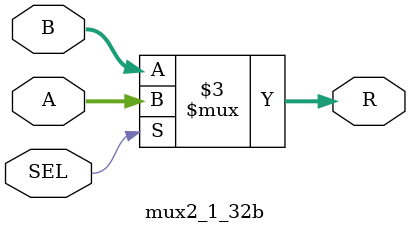
<source format=v>
module mux2_1_32b (
	input [31:0] A, B,
	input SEL,
	output reg [31:0] R
);

	always @* begin
		if (SEL) R <= A;
		else R <= B;
	end

endmodule

</source>
